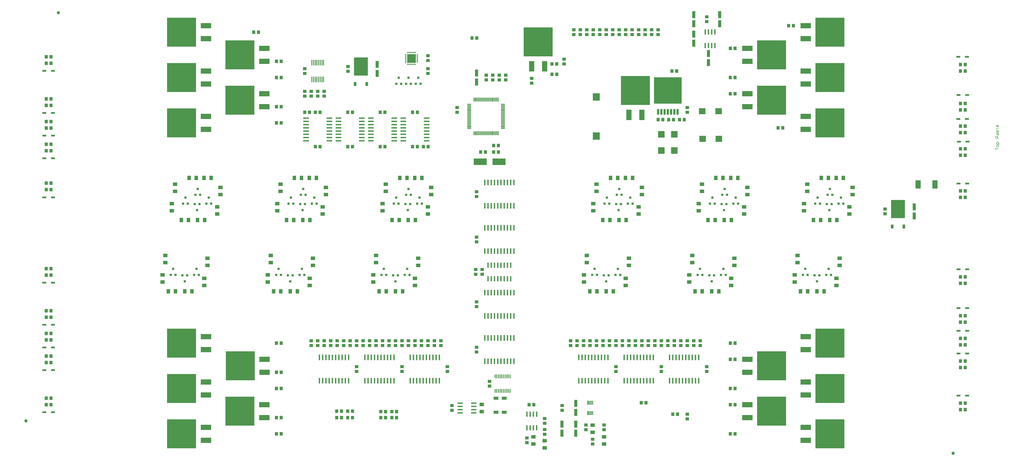
<source format=gtp>
%FSLAX23Y23*%
%MOIN*%
G70*
G01*
G75*
G04 Layer_Color=8421504*
%ADD10R,0.012X0.063*%
%ADD11R,0.050X0.055*%
%ADD12R,0.063X0.012*%
%ADD13R,0.055X0.050*%
%ADD14R,0.012X0.024*%
%ADD15R,0.024X0.012*%
%ADD16R,0.132X0.132*%
%ADD17R,0.024X0.081*%
%ADD18R,0.024X0.087*%
%ADD19R,0.075X0.051*%
%ADD20R,0.089X0.024*%
%ADD21R,0.055X0.065*%
%ADD22R,0.065X0.055*%
%ADD23R,0.035X0.037*%
%ADD24R,0.035X0.037*%
%ADD25R,0.100X0.100*%
%ADD26R,0.050X0.110*%
%ADD27R,0.110X0.115*%
%ADD28R,0.080X0.160*%
%ADD29R,0.450X0.450*%
%ADD30R,0.036X0.085*%
%ADD31R,0.425X0.410*%
%ADD32R,0.016X0.085*%
%ADD33R,0.016X0.085*%
%ADD34R,0.200X0.100*%
%ADD35R,0.063X0.031*%
%ADD36R,0.039X0.063*%
%ADD37R,0.160X0.080*%
%ADD38R,0.450X0.450*%
%ADD39R,0.217X0.280*%
%ADD40R,0.081X0.024*%
%ADD41R,0.012X0.063*%
%ADD42C,0.050*%
%ADD43R,0.102X0.094*%
%ADD44R,0.079X0.126*%
%ADD45R,0.079X0.126*%
%ADD46C,0.010*%
%ADD47C,0.020*%
%ADD48C,0.050*%
%ADD49C,0.030*%
%ADD50C,0.100*%
%ADD51C,0.150*%
%ADD52C,0.035*%
%ADD53C,0.040*%
%ADD54C,0.005*%
%ADD55C,0.100*%
%ADD56R,0.100X0.100*%
%ADD57C,0.125*%
%ADD58O,0.125X0.160*%
%ADD59R,0.125X0.160*%
%ADD60C,0.065*%
%ADD61R,0.065X0.065*%
%ADD62C,0.079*%
%ADD63R,0.160X0.125*%
%ADD64O,0.160X0.125*%
%ADD65C,0.070*%
%ADD66R,0.070X0.070*%
%ADD67C,0.060*%
%ADD68C,0.150*%
%ADD69R,0.070X0.070*%
%ADD70C,0.150*%
%ADD71C,0.140*%
%ADD72C,0.024*%
%ADD73C,0.008*%
%ADD74C,0.102*%
%ADD75C,0.165*%
%ADD76C,0.120*%
%ADD77C,0.080*%
%ADD78C,0.087*%
%ADD79C,0.196*%
%ADD80C,0.590*%
%ADD81C,0.072*%
%ADD82C,0.131*%
%ADD83C,0.085*%
%ADD84C,0.130*%
%ADD85C,0.052*%
%ADD86C,0.068*%
%ADD87C,0.160*%
%ADD88C,0.080*%
%ADD89C,0.010*%
%ADD90C,0.008*%
%ADD91C,0.005*%
%ADD92C,0.031*%
%ADD93C,0.008*%
%ADD94C,0.001*%
%ADD95C,0.002*%
%ADD96C,0.015*%
D10*
X7225Y5560D02*
D03*
X7126Y5040D02*
D03*
X7565Y1287D02*
D03*
X7540D02*
D03*
X7514D02*
D03*
X7488D02*
D03*
X7463D02*
D03*
X7437D02*
D03*
X7412D02*
D03*
X7386D02*
D03*
X7360D02*
D03*
X7335D02*
D03*
X7565Y1063D02*
D03*
X7540D02*
D03*
X7514D02*
D03*
X7488D02*
D03*
X7463D02*
D03*
X7437D02*
D03*
X7412D02*
D03*
X7386D02*
D03*
X7360D02*
D03*
X7335D02*
D03*
X7244Y5560D02*
D03*
X7264D02*
D03*
X7284D02*
D03*
X7205D02*
D03*
X7067D02*
D03*
X7087D02*
D03*
X7264Y5040D02*
D03*
X7382Y5560D02*
D03*
X7362D02*
D03*
X7343D02*
D03*
X7323D02*
D03*
X7303D02*
D03*
X7185D02*
D03*
X7165D02*
D03*
X7146D02*
D03*
X7126D02*
D03*
X7106D02*
D03*
X7047D02*
D03*
X7028D02*
D03*
X7008D02*
D03*
X7382Y5040D02*
D03*
X7362D02*
D03*
X7323D02*
D03*
X7303D02*
D03*
X7284D02*
D03*
X7244D02*
D03*
X7225D02*
D03*
X7205D02*
D03*
X7185D02*
D03*
X7165D02*
D03*
X7146D02*
D03*
X7106D02*
D03*
X7087D02*
D03*
X7067D02*
D03*
X7047D02*
D03*
X7028D02*
D03*
X7008D02*
D03*
X7343D02*
D03*
X8839Y881D02*
D03*
X8820Y881D02*
D03*
X8800Y881D02*
D03*
X8780D02*
D03*
X8761D02*
D03*
X8820Y719D02*
D03*
X8800D02*
D03*
X8780D02*
D03*
X8761D02*
D03*
D11*
X7052Y6510D02*
D03*
X5137Y650D02*
D03*
X5063D02*
D03*
Y750D02*
D03*
X5137D02*
D03*
X5817Y650D02*
D03*
X5743D02*
D03*
Y745D02*
D03*
X5817D02*
D03*
X4398Y5365D02*
D03*
X4472D02*
D03*
X6978Y6510D02*
D03*
X4637Y4835D02*
D03*
X4563D02*
D03*
X10963Y400D02*
D03*
X11037D02*
D03*
Y850D02*
D03*
X10963D02*
D03*
Y1100D02*
D03*
X11037D02*
D03*
Y1550D02*
D03*
X10963D02*
D03*
Y1800D02*
D03*
X11037D02*
D03*
X3613Y6600D02*
D03*
X3687D02*
D03*
X4037Y6150D02*
D03*
X3963D02*
D03*
Y5900D02*
D03*
X4037D02*
D03*
Y5450D02*
D03*
X3963D02*
D03*
Y5200D02*
D03*
X4037D02*
D03*
X5063Y4835D02*
D03*
X5137D02*
D03*
X10137Y6000D02*
D03*
X10063D02*
D03*
X10013Y5250D02*
D03*
X10087D02*
D03*
X10252D02*
D03*
X10178D02*
D03*
X7387Y4850D02*
D03*
X7313D02*
D03*
X14587Y775D02*
D03*
X14513D02*
D03*
Y875D02*
D03*
X14587D02*
D03*
Y1425D02*
D03*
X14513D02*
D03*
Y1525D02*
D03*
X14587D02*
D03*
Y1775D02*
D03*
X14513D02*
D03*
Y1875D02*
D03*
X14587D02*
D03*
Y2125D02*
D03*
X14513D02*
D03*
Y2225D02*
D03*
X14587D02*
D03*
Y2725D02*
D03*
X14513D02*
D03*
Y2825D02*
D03*
X14587D02*
D03*
X413Y6220D02*
D03*
X487D02*
D03*
Y6120D02*
D03*
X413D02*
D03*
Y5570D02*
D03*
X487D02*
D03*
Y5470D02*
D03*
X413D02*
D03*
Y5220D02*
D03*
X487D02*
D03*
Y5120D02*
D03*
X413D02*
D03*
Y4870D02*
D03*
X487D02*
D03*
Y4770D02*
D03*
X413D02*
D03*
Y4270D02*
D03*
X487D02*
D03*
Y4170D02*
D03*
X413D02*
D03*
X8213Y6110D02*
D03*
X8287D02*
D03*
X4967Y650D02*
D03*
X4893D02*
D03*
Y750D02*
D03*
X4967D02*
D03*
X11698Y5125D02*
D03*
X11772D02*
D03*
X11037Y5650D02*
D03*
X10963D02*
D03*
Y5900D02*
D03*
X11037D02*
D03*
Y6350D02*
D03*
X10963D02*
D03*
X11863Y6700D02*
D03*
X11937D02*
D03*
X5573Y650D02*
D03*
X5647D02*
D03*
X4037Y1800D02*
D03*
X3963D02*
D03*
Y1350D02*
D03*
X4037D02*
D03*
Y1100D02*
D03*
X3963D02*
D03*
Y650D02*
D03*
X4037D02*
D03*
Y400D02*
D03*
X3963D02*
D03*
X5573Y745D02*
D03*
X5647D02*
D03*
X14587Y4050D02*
D03*
X14513D02*
D03*
Y4150D02*
D03*
X14587D02*
D03*
Y4700D02*
D03*
X14513D02*
D03*
Y4800D02*
D03*
X14587D02*
D03*
Y5050D02*
D03*
X14513D02*
D03*
Y5150D02*
D03*
X14587D02*
D03*
Y5400D02*
D03*
X14513D02*
D03*
Y5500D02*
D03*
X14587D02*
D03*
Y6000D02*
D03*
X14513D02*
D03*
Y6100D02*
D03*
X14587D02*
D03*
X413Y2950D02*
D03*
X487D02*
D03*
Y2850D02*
D03*
X413D02*
D03*
Y2300D02*
D03*
X487D02*
D03*
Y2200D02*
D03*
X413D02*
D03*
Y1950D02*
D03*
X487D02*
D03*
Y1850D02*
D03*
X413D02*
D03*
Y1600D02*
D03*
X487D02*
D03*
Y1500D02*
D03*
X413D02*
D03*
Y950D02*
D03*
X487D02*
D03*
Y850D02*
D03*
X413D02*
D03*
X6302Y4835D02*
D03*
X6228D02*
D03*
X5563D02*
D03*
X5637D02*
D03*
X6137D02*
D03*
X6063D02*
D03*
X9662Y879D02*
D03*
X9588D02*
D03*
X10076Y705D02*
D03*
X10150D02*
D03*
X9922Y5250D02*
D03*
X9848D02*
D03*
X8287Y5950D02*
D03*
X8213D02*
D03*
X6063Y5365D02*
D03*
X6137D02*
D03*
X5563D02*
D03*
X5637D02*
D03*
X5063D02*
D03*
X5137D02*
D03*
X4563D02*
D03*
X4637D02*
D03*
X7932Y850D02*
D03*
X7858D02*
D03*
X7113Y4750D02*
D03*
X7187D02*
D03*
X7387D02*
D03*
X7313D02*
D03*
D12*
X6935Y5152D02*
D03*
X7455Y5369D02*
D03*
X6935Y5172D02*
D03*
Y5251D02*
D03*
Y5467D02*
D03*
Y5487D02*
D03*
Y5448D02*
D03*
Y5428D02*
D03*
Y5408D02*
D03*
Y5389D02*
D03*
Y5369D02*
D03*
Y5349D02*
D03*
Y5330D02*
D03*
Y5310D02*
D03*
Y5290D02*
D03*
Y5270D02*
D03*
Y5231D02*
D03*
Y5211D02*
D03*
Y5192D02*
D03*
Y5133D02*
D03*
Y5113D02*
D03*
X7455Y5487D02*
D03*
Y5467D02*
D03*
Y5448D02*
D03*
Y5428D02*
D03*
Y5408D02*
D03*
Y5389D02*
D03*
Y5349D02*
D03*
Y5330D02*
D03*
Y5310D02*
D03*
Y5290D02*
D03*
Y5192D02*
D03*
Y5172D02*
D03*
Y5113D02*
D03*
Y5133D02*
D03*
Y5152D02*
D03*
Y5211D02*
D03*
Y5231D02*
D03*
Y5251D02*
D03*
Y5270D02*
D03*
D13*
X7300Y5863D02*
D03*
Y5937D02*
D03*
X9550Y6563D02*
D03*
Y6637D02*
D03*
X9450D02*
D03*
Y6563D02*
D03*
X9350D02*
D03*
Y6637D02*
D03*
X9250D02*
D03*
Y6563D02*
D03*
X9150D02*
D03*
Y6637D02*
D03*
X9050D02*
D03*
Y6563D02*
D03*
X8950D02*
D03*
Y6637D02*
D03*
X8850D02*
D03*
Y6563D02*
D03*
X8840Y243D02*
D03*
Y317D02*
D03*
X9015Y537D02*
D03*
Y463D02*
D03*
X8100Y393D02*
D03*
Y467D02*
D03*
X7825Y263D02*
D03*
Y337D02*
D03*
X7400Y5937D02*
D03*
Y5863D02*
D03*
X8400Y6184D02*
D03*
Y6110D02*
D03*
X8100Y637D02*
D03*
Y563D02*
D03*
X9850Y6563D02*
D03*
Y6637D02*
D03*
X9750D02*
D03*
Y6563D02*
D03*
X9650D02*
D03*
Y6637D02*
D03*
X8750D02*
D03*
Y6563D02*
D03*
X8650D02*
D03*
Y6637D02*
D03*
X8550D02*
D03*
Y6563D02*
D03*
X6300Y6237D02*
D03*
Y6163D02*
D03*
X7900Y5887D02*
D03*
Y5813D02*
D03*
X7500Y5937D02*
D03*
Y5863D02*
D03*
X4500Y1837D02*
D03*
Y1763D02*
D03*
X5200D02*
D03*
Y1837D02*
D03*
X5900D02*
D03*
Y1763D02*
D03*
X8500D02*
D03*
Y1837D02*
D03*
X9200D02*
D03*
Y1763D02*
D03*
X9900D02*
D03*
Y1837D02*
D03*
X4600D02*
D03*
Y1763D02*
D03*
X5300D02*
D03*
Y1837D02*
D03*
X6000D02*
D03*
Y1763D02*
D03*
X8600D02*
D03*
Y1837D02*
D03*
X9300D02*
D03*
Y1763D02*
D03*
X10000D02*
D03*
Y1837D02*
D03*
X4700D02*
D03*
Y1763D02*
D03*
X5400D02*
D03*
Y1837D02*
D03*
X6100D02*
D03*
Y1763D02*
D03*
X8700D02*
D03*
Y1837D02*
D03*
X9400D02*
D03*
Y1763D02*
D03*
X10100D02*
D03*
Y1837D02*
D03*
X4800D02*
D03*
Y1763D02*
D03*
X5500D02*
D03*
Y1837D02*
D03*
X6200D02*
D03*
Y1763D02*
D03*
X8800D02*
D03*
Y1837D02*
D03*
X9500D02*
D03*
Y1763D02*
D03*
X10200D02*
D03*
Y1837D02*
D03*
X4900D02*
D03*
Y1763D02*
D03*
X5600D02*
D03*
Y1837D02*
D03*
X6300D02*
D03*
Y1763D02*
D03*
X8900D02*
D03*
Y1837D02*
D03*
X9600D02*
D03*
Y1763D02*
D03*
X10300D02*
D03*
Y1837D02*
D03*
X5000D02*
D03*
Y1763D02*
D03*
X5700D02*
D03*
Y1837D02*
D03*
X6400D02*
D03*
Y1763D02*
D03*
X9000D02*
D03*
Y1837D02*
D03*
X9700D02*
D03*
Y1763D02*
D03*
X10400D02*
D03*
Y1837D02*
D03*
X5100D02*
D03*
Y1763D02*
D03*
X5800D02*
D03*
Y1837D02*
D03*
X6500D02*
D03*
Y1763D02*
D03*
X9100D02*
D03*
Y1837D02*
D03*
X9800D02*
D03*
Y1763D02*
D03*
X10500D02*
D03*
Y1837D02*
D03*
X7035Y2937D02*
D03*
Y2863D02*
D03*
X10300Y705D02*
D03*
Y631D02*
D03*
X7135Y2937D02*
D03*
Y2863D02*
D03*
X7250Y1212D02*
D03*
Y1138D02*
D03*
X10600Y1363D02*
D03*
Y1437D02*
D03*
X7050Y3437D02*
D03*
Y3363D02*
D03*
Y1737D02*
D03*
Y1663D02*
D03*
X5200Y1437D02*
D03*
Y1363D02*
D03*
X7050Y4137D02*
D03*
Y4063D02*
D03*
Y2437D02*
D03*
Y2363D02*
D03*
X5900Y1437D02*
D03*
Y1363D02*
D03*
X13350Y3798D02*
D03*
Y3872D02*
D03*
X10300Y5437D02*
D03*
Y5363D02*
D03*
X6600Y1437D02*
D03*
Y1363D02*
D03*
X10600Y6837D02*
D03*
Y6763D02*
D03*
X5065Y5998D02*
D03*
Y6072D02*
D03*
X6670Y763D02*
D03*
Y837D02*
D03*
X9200Y1437D02*
D03*
Y1363D02*
D03*
X8735Y537D02*
D03*
Y463D02*
D03*
X8370Y837D02*
D03*
Y763D02*
D03*
X9900Y1437D02*
D03*
Y1363D02*
D03*
X6750Y5437D02*
D03*
Y5363D02*
D03*
X4500Y5613D02*
D03*
Y5687D02*
D03*
X4400D02*
D03*
Y5613D02*
D03*
X4600D02*
D03*
Y5687D02*
D03*
X4700D02*
D03*
Y5613D02*
D03*
X4400Y6037D02*
D03*
Y5963D02*
D03*
X7200Y5937D02*
D03*
Y5863D02*
D03*
X6300Y6037D02*
D03*
Y5963D02*
D03*
D14*
X5986Y6286D02*
D03*
X6006D02*
D03*
X6025D02*
D03*
X6045D02*
D03*
X6065D02*
D03*
X6084D02*
D03*
X6104D02*
D03*
Y6104D02*
D03*
X6084D02*
D03*
X6065D02*
D03*
X6045D02*
D03*
X6025D02*
D03*
X6006D02*
D03*
X5986Y6104D02*
D03*
D15*
X5954Y6132D02*
D03*
Y6152D02*
D03*
Y6171D02*
D03*
Y6191D02*
D03*
Y6211D02*
D03*
Y6230D02*
D03*
Y6250D02*
D03*
X6136Y6254D02*
D03*
Y6234D02*
D03*
Y6215D02*
D03*
Y6195D02*
D03*
Y6175D02*
D03*
Y6156D02*
D03*
Y6136D02*
D03*
D16*
X6045Y6195D02*
D03*
D17*
X7325Y3005D02*
D03*
X7275D02*
D03*
X7575D02*
D03*
X7525D02*
D03*
X7475D02*
D03*
X7425D02*
D03*
X7375D02*
D03*
X7225D02*
D03*
X7575Y2795D02*
D03*
X7525D02*
D03*
X7475D02*
D03*
X7425D02*
D03*
X7375D02*
D03*
X7325D02*
D03*
X7275D02*
D03*
X7225D02*
D03*
X7825Y495D02*
D03*
X7875D02*
D03*
X7925D02*
D03*
X7975D02*
D03*
X7825Y705D02*
D03*
X7875D02*
D03*
X7925D02*
D03*
X7975D02*
D03*
X10725Y6605D02*
D03*
X10675D02*
D03*
X10625D02*
D03*
X10575D02*
D03*
X10725Y6395D02*
D03*
X10675D02*
D03*
X10625D02*
D03*
X10575D02*
D03*
D18*
X5775Y1581D02*
D03*
X5075D02*
D03*
X10475D02*
D03*
X9775D02*
D03*
X9075D02*
D03*
X6475D02*
D03*
X7625Y2581D02*
D03*
X10425Y1581D02*
D03*
X10375D02*
D03*
X10325D02*
D03*
X10275D02*
D03*
X10225D02*
D03*
X10175D02*
D03*
X10125D02*
D03*
X10075D02*
D03*
X10025D02*
D03*
X10475Y1219D02*
D03*
X10375D02*
D03*
X10325D02*
D03*
X10275D02*
D03*
X10225D02*
D03*
X10175D02*
D03*
X10125D02*
D03*
X10075D02*
D03*
X10025D02*
D03*
X4625D02*
D03*
X4675D02*
D03*
X4725D02*
D03*
X4775D02*
D03*
X4825D02*
D03*
X4875D02*
D03*
X4925D02*
D03*
X4975D02*
D03*
X5075D02*
D03*
X4625Y1581D02*
D03*
X4675D02*
D03*
X4725D02*
D03*
X4775D02*
D03*
X4825D02*
D03*
X4875D02*
D03*
X4925D02*
D03*
X4975D02*
D03*
X5025D02*
D03*
X7175Y3919D02*
D03*
X7225D02*
D03*
X7275D02*
D03*
X7325D02*
D03*
X7375D02*
D03*
X7425D02*
D03*
X7475D02*
D03*
X7525D02*
D03*
X7625D02*
D03*
X7175Y4281D02*
D03*
X7225D02*
D03*
X7275D02*
D03*
X7325D02*
D03*
X7375D02*
D03*
X7425D02*
D03*
X7475D02*
D03*
X7525D02*
D03*
X7575D02*
D03*
X7625D02*
D03*
X7175Y2219D02*
D03*
X7225D02*
D03*
X7275D02*
D03*
X7325D02*
D03*
X7375D02*
D03*
X7425D02*
D03*
X7475D02*
D03*
X7525D02*
D03*
X7625D02*
D03*
X7175Y2581D02*
D03*
X7225D02*
D03*
X7275D02*
D03*
X7325D02*
D03*
X7375D02*
D03*
X7425D02*
D03*
X7475D02*
D03*
X7525D02*
D03*
X7575D02*
D03*
X5325Y1219D02*
D03*
X5375D02*
D03*
X5425D02*
D03*
X5475D02*
D03*
X5525D02*
D03*
X5575D02*
D03*
X5625D02*
D03*
X5675D02*
D03*
X5775D02*
D03*
X5325Y1581D02*
D03*
X5375D02*
D03*
X5425D02*
D03*
X5475D02*
D03*
X5525D02*
D03*
X5575D02*
D03*
X5625D02*
D03*
X5675D02*
D03*
X5725D02*
D03*
X6025Y1219D02*
D03*
X6075D02*
D03*
X6125D02*
D03*
X6175D02*
D03*
X6225D02*
D03*
X6275D02*
D03*
X6325D02*
D03*
X6375D02*
D03*
X6475D02*
D03*
X6025Y1581D02*
D03*
X6075D02*
D03*
X6125D02*
D03*
X6175D02*
D03*
X6225D02*
D03*
X6275D02*
D03*
X6325D02*
D03*
X6375D02*
D03*
X6425D02*
D03*
X8625Y1219D02*
D03*
X8675D02*
D03*
X8725D02*
D03*
X8775D02*
D03*
X8825D02*
D03*
X8875D02*
D03*
X8925D02*
D03*
X8975D02*
D03*
X9075D02*
D03*
X8625Y1581D02*
D03*
X8675D02*
D03*
X8725D02*
D03*
X8775D02*
D03*
X8825D02*
D03*
X8875D02*
D03*
X8925D02*
D03*
X8975D02*
D03*
X9025D02*
D03*
X9325Y1219D02*
D03*
X9375D02*
D03*
X9425D02*
D03*
X9475D02*
D03*
X9525D02*
D03*
X9575D02*
D03*
X9625D02*
D03*
X9675D02*
D03*
X9775D02*
D03*
X9325Y1581D02*
D03*
X9375D02*
D03*
X9425D02*
D03*
X9475D02*
D03*
X9525D02*
D03*
X9575D02*
D03*
X9625D02*
D03*
X9675D02*
D03*
X9725D02*
D03*
X7175Y1519D02*
D03*
X7225D02*
D03*
X7275D02*
D03*
X7325D02*
D03*
X7375D02*
D03*
X7425D02*
D03*
X7475D02*
D03*
X7525D02*
D03*
X7575D02*
D03*
X7625D02*
D03*
X7175Y1881D02*
D03*
X7225D02*
D03*
X7275D02*
D03*
X7325D02*
D03*
X7375D02*
D03*
X7425D02*
D03*
X7475D02*
D03*
X7525D02*
D03*
X7575D02*
D03*
X7625D02*
D03*
X7175Y3219D02*
D03*
X7225D02*
D03*
X7275D02*
D03*
X7325D02*
D03*
X7375D02*
D03*
X7425D02*
D03*
X7475D02*
D03*
X7525D02*
D03*
X7575D02*
D03*
X7625D02*
D03*
X7175Y3581D02*
D03*
X7225D02*
D03*
X7275D02*
D03*
X7325D02*
D03*
X7375D02*
D03*
X7425D02*
D03*
X7475D02*
D03*
X7525D02*
D03*
X7575D02*
D03*
X7625D02*
D03*
X7575Y3919D02*
D03*
Y2219D02*
D03*
X5025Y1219D02*
D03*
X5725D02*
D03*
X6425D02*
D03*
X9025D02*
D03*
X9725D02*
D03*
X10425D02*
D03*
D19*
X7476Y733D02*
D03*
Y950D02*
D03*
X7350Y733D02*
D03*
Y950D02*
D03*
D20*
X4780Y4925D02*
D03*
Y4975D02*
D03*
Y5025D02*
D03*
Y5075D02*
D03*
Y5125D02*
D03*
Y5175D02*
D03*
Y5225D02*
D03*
Y5275D02*
D03*
X4420Y4925D02*
D03*
Y4975D02*
D03*
Y5025D02*
D03*
Y5075D02*
D03*
Y5125D02*
D03*
Y5175D02*
D03*
Y5225D02*
D03*
Y5275D02*
D03*
X4920D02*
D03*
Y5225D02*
D03*
Y5175D02*
D03*
Y5125D02*
D03*
Y5075D02*
D03*
Y5025D02*
D03*
Y4975D02*
D03*
Y4925D02*
D03*
X5280Y5275D02*
D03*
Y5225D02*
D03*
Y5175D02*
D03*
Y5125D02*
D03*
Y5075D02*
D03*
Y5025D02*
D03*
Y4975D02*
D03*
Y4925D02*
D03*
X5780D02*
D03*
Y4975D02*
D03*
Y5025D02*
D03*
Y5075D02*
D03*
Y5125D02*
D03*
Y5175D02*
D03*
Y5225D02*
D03*
Y5275D02*
D03*
X5420Y4925D02*
D03*
Y4975D02*
D03*
Y5025D02*
D03*
Y5075D02*
D03*
Y5125D02*
D03*
Y5175D02*
D03*
Y5225D02*
D03*
Y5275D02*
D03*
X5920D02*
D03*
Y5225D02*
D03*
Y5175D02*
D03*
Y5125D02*
D03*
Y5075D02*
D03*
Y5025D02*
D03*
Y4975D02*
D03*
Y4925D02*
D03*
X6280Y5275D02*
D03*
Y5225D02*
D03*
Y5175D02*
D03*
Y5125D02*
D03*
Y5075D02*
D03*
Y5025D02*
D03*
Y4975D02*
D03*
Y4925D02*
D03*
D21*
X12495Y3700D02*
D03*
X10870D02*
D03*
X9245D02*
D03*
X5995D02*
D03*
X4370D02*
D03*
X2745D02*
D03*
X12355D02*
D03*
X10730D02*
D03*
X9105D02*
D03*
X5855D02*
D03*
X4230D02*
D03*
X2605D02*
D03*
X12155Y2600D02*
D03*
X10530D02*
D03*
X8905D02*
D03*
X5655D02*
D03*
X4030D02*
D03*
X2405D02*
D03*
X12300D02*
D03*
X10675D02*
D03*
X9050D02*
D03*
X5800D02*
D03*
X4175D02*
D03*
X2550D02*
D03*
X12595Y4350D02*
D03*
X10970D02*
D03*
X9345D02*
D03*
X6095D02*
D03*
X4470D02*
D03*
X2845D02*
D03*
X12475D02*
D03*
X10850D02*
D03*
X9225D02*
D03*
X5975D02*
D03*
X4350D02*
D03*
X2725D02*
D03*
X2855Y3700D02*
D03*
X2495D02*
D03*
X2295Y2600D02*
D03*
X2660D02*
D03*
X2955Y4350D02*
D03*
X2615D02*
D03*
X4480Y3700D02*
D03*
X4120D02*
D03*
X3920Y2600D02*
D03*
X4285D02*
D03*
X4580Y4350D02*
D03*
X4240D02*
D03*
X6105Y3700D02*
D03*
X5745D02*
D03*
X5545Y2600D02*
D03*
X5910D02*
D03*
X6205Y4350D02*
D03*
X5865D02*
D03*
X9355Y3700D02*
D03*
X8995D02*
D03*
X8795Y2600D02*
D03*
X9160D02*
D03*
X9455Y4350D02*
D03*
X9115D02*
D03*
X10980Y3700D02*
D03*
X10620D02*
D03*
X10420Y2600D02*
D03*
X10785D02*
D03*
X11080Y4350D02*
D03*
X10740D02*
D03*
X12605Y3700D02*
D03*
X12245D02*
D03*
X12045Y2600D02*
D03*
X12410D02*
D03*
X12705Y4350D02*
D03*
X12365D02*
D03*
D22*
X12150Y4145D02*
D03*
X10525D02*
D03*
X8900D02*
D03*
X5650D02*
D03*
X4025D02*
D03*
X2400D02*
D03*
X12100Y3955D02*
D03*
X10475D02*
D03*
X8850D02*
D03*
X5600D02*
D03*
X3975D02*
D03*
X2350D02*
D03*
X12000Y3045D02*
D03*
X10375D02*
D03*
X8750D02*
D03*
X5500D02*
D03*
X3875D02*
D03*
X2250D02*
D03*
X11955Y2855D02*
D03*
X10330D02*
D03*
X8705D02*
D03*
X5455D02*
D03*
X3830D02*
D03*
X2205D02*
D03*
X12600Y2800D02*
D03*
X10975D02*
D03*
X9350D02*
D03*
X6100D02*
D03*
X4475D02*
D03*
X2850D02*
D03*
X12650Y3000D02*
D03*
X11025D02*
D03*
X9400D02*
D03*
X6150D02*
D03*
X4525D02*
D03*
X2900D02*
D03*
X12800Y3905D02*
D03*
X11175D02*
D03*
X9550D02*
D03*
X6300D02*
D03*
X4675D02*
D03*
X3050D02*
D03*
X12850Y4095D02*
D03*
X11225D02*
D03*
X9600D02*
D03*
X6350D02*
D03*
X4725D02*
D03*
X3100D02*
D03*
X7925Y355D02*
D03*
Y245D02*
D03*
X2400Y4255D02*
D03*
X2350Y3845D02*
D03*
X2250Y3155D02*
D03*
X2205Y2745D02*
D03*
X2850Y2690D02*
D03*
X2900Y3110D02*
D03*
X3050Y3795D02*
D03*
X3100Y4205D02*
D03*
X4025Y4255D02*
D03*
X3975Y3845D02*
D03*
X3875Y3155D02*
D03*
X3830Y2745D02*
D03*
X4475Y2690D02*
D03*
X4525Y3110D02*
D03*
X4675Y3795D02*
D03*
X4725Y4205D02*
D03*
X5650Y4255D02*
D03*
X5600Y3845D02*
D03*
X5500Y3155D02*
D03*
X5455Y2745D02*
D03*
X6100Y2690D02*
D03*
X6150Y3110D02*
D03*
X6300Y3795D02*
D03*
X6350Y4205D02*
D03*
X7130Y855D02*
D03*
Y745D02*
D03*
X8900Y4255D02*
D03*
X8850Y3845D02*
D03*
X8750Y3155D02*
D03*
X8705Y2745D02*
D03*
X9350Y2690D02*
D03*
X9400Y3110D02*
D03*
X9550Y3795D02*
D03*
X9600Y4205D02*
D03*
X8100Y295D02*
D03*
Y185D02*
D03*
X8840Y425D02*
D03*
Y535D02*
D03*
X9015Y245D02*
D03*
Y355D02*
D03*
X10525Y4255D02*
D03*
X10475Y3845D02*
D03*
X10375Y3155D02*
D03*
X10330Y2745D02*
D03*
X10975Y2690D02*
D03*
X11025Y3110D02*
D03*
X11175Y3795D02*
D03*
X11225Y4205D02*
D03*
X12150Y4255D02*
D03*
X12100Y3845D02*
D03*
X12000Y3155D02*
D03*
X11955Y2745D02*
D03*
X12600Y2690D02*
D03*
X12650Y3110D02*
D03*
X12800Y3795D02*
D03*
X12850Y4205D02*
D03*
D23*
X12527Y3946D02*
D03*
X12490Y3854D02*
D03*
X10902Y3946D02*
D03*
X10865Y3854D02*
D03*
X9277Y3946D02*
D03*
X9240Y3854D02*
D03*
X6027Y3946D02*
D03*
X5990Y3854D02*
D03*
X4402Y3946D02*
D03*
X4365Y3854D02*
D03*
X2777Y3946D02*
D03*
X2740Y3854D02*
D03*
X12273Y3954D02*
D03*
X12310Y4046D02*
D03*
X10648Y3954D02*
D03*
X10685Y4046D02*
D03*
X9023Y3954D02*
D03*
X9060Y4046D02*
D03*
X5773Y3954D02*
D03*
X5810Y4046D02*
D03*
X4148Y3954D02*
D03*
X4185Y4046D02*
D03*
X2523Y3954D02*
D03*
X2560Y4046D02*
D03*
X12083Y2854D02*
D03*
X12120Y2946D02*
D03*
X10458Y2854D02*
D03*
X10495Y2946D02*
D03*
X8833Y2854D02*
D03*
X8870Y2946D02*
D03*
X5583Y2854D02*
D03*
X5620Y2946D02*
D03*
X3958Y2854D02*
D03*
X3995Y2946D02*
D03*
X2333Y2854D02*
D03*
X2370Y2946D02*
D03*
X12337Y2846D02*
D03*
X12300Y2754D02*
D03*
X10712Y2846D02*
D03*
X10675Y2754D02*
D03*
X9087Y2846D02*
D03*
X9050Y2754D02*
D03*
X5837Y2846D02*
D03*
X5800Y2754D02*
D03*
X4212Y2846D02*
D03*
X4175Y2754D02*
D03*
X2587Y2846D02*
D03*
X2550Y2754D02*
D03*
X12443Y2854D02*
D03*
X12480Y2946D02*
D03*
X10818Y2854D02*
D03*
X10855Y2946D02*
D03*
X9193Y2854D02*
D03*
X9230Y2946D02*
D03*
X5943Y2854D02*
D03*
X5980Y2946D02*
D03*
X4318Y2854D02*
D03*
X4355Y2946D02*
D03*
X2693Y2854D02*
D03*
X2730Y2946D02*
D03*
X12633Y3954D02*
D03*
X12670Y4046D02*
D03*
X11008Y3954D02*
D03*
X11045Y4046D02*
D03*
X9383Y3954D02*
D03*
X9420Y4046D02*
D03*
X6133Y3954D02*
D03*
X6170Y4046D02*
D03*
X4508Y3954D02*
D03*
X4545Y4046D02*
D03*
X2883Y3954D02*
D03*
X2920Y4046D02*
D03*
X12463Y4089D02*
D03*
X12500Y4181D02*
D03*
X10838Y4089D02*
D03*
X10875Y4181D02*
D03*
X9213Y4089D02*
D03*
X9250Y4181D02*
D03*
X5963Y4089D02*
D03*
X6000Y4181D02*
D03*
X4338Y4089D02*
D03*
X4375Y4181D02*
D03*
X2713Y4089D02*
D03*
X2750Y4181D02*
D03*
X5850Y5896D02*
D03*
X6000D02*
D03*
X6150D02*
D03*
X5813Y5804D02*
D03*
X5963D02*
D03*
X6113D02*
D03*
D24*
X12453Y3946D02*
D03*
X10828D02*
D03*
X9203D02*
D03*
X5953D02*
D03*
X4328D02*
D03*
X2703D02*
D03*
X12347Y3954D02*
D03*
X10722D02*
D03*
X9097D02*
D03*
X5847D02*
D03*
X4222D02*
D03*
X2597D02*
D03*
X12157Y2854D02*
D03*
X10532D02*
D03*
X8907D02*
D03*
X5657D02*
D03*
X4032D02*
D03*
X2407D02*
D03*
X12263Y2846D02*
D03*
X10638D02*
D03*
X9013D02*
D03*
X5763D02*
D03*
X4138D02*
D03*
X2513D02*
D03*
X12517Y2854D02*
D03*
X10892D02*
D03*
X9267D02*
D03*
X6017D02*
D03*
X4392D02*
D03*
X2767D02*
D03*
X12707Y3954D02*
D03*
X11082D02*
D03*
X9457D02*
D03*
X6207D02*
D03*
X4582D02*
D03*
X2957D02*
D03*
X12537Y4089D02*
D03*
X10912D02*
D03*
X9287D02*
D03*
X6037D02*
D03*
X4412D02*
D03*
X2787D02*
D03*
X5887Y5804D02*
D03*
X6037D02*
D03*
X6187D02*
D03*
D25*
X10100Y5025D02*
D03*
Y4775D02*
D03*
X9900D02*
D03*
Y5025D02*
D03*
D26*
X10800Y6870D02*
D03*
Y6730D02*
D03*
X5515Y5965D02*
D03*
X13800Y3905D02*
D03*
Y3765D02*
D03*
X10400Y6730D02*
D03*
Y6870D02*
D03*
X5515Y6105D02*
D03*
X10400Y6430D02*
D03*
Y6570D02*
D03*
X10625Y6130D02*
D03*
Y6270D02*
D03*
X8580Y410D02*
D03*
Y550D02*
D03*
X8365Y410D02*
D03*
Y550D02*
D03*
X8580Y730D02*
D03*
Y870D02*
D03*
X7050Y5830D02*
D03*
Y5970D02*
D03*
D27*
X8895Y4997D02*
D03*
Y5602D02*
D03*
D28*
X8100Y6075D02*
D03*
X7900D02*
D03*
X9400Y5325D02*
D03*
X9600D02*
D03*
D29*
X8000Y6450D02*
D03*
X9500Y5700D02*
D03*
D30*
X9850Y5372D02*
D03*
X9900D02*
D03*
X9950D02*
D03*
X10000D02*
D03*
X10050D02*
D03*
X10100D02*
D03*
X10150D02*
D03*
D31*
X10000Y5700D02*
D03*
D32*
X4510Y5871D02*
D03*
D33*
X4536D02*
D03*
X4562D02*
D03*
X4587D02*
D03*
X4613D02*
D03*
X4638D02*
D03*
X4664D02*
D03*
X4690D02*
D03*
X4510Y6129D02*
D03*
X4536D02*
D03*
X4562D02*
D03*
X4587D02*
D03*
X4613D02*
D03*
X4638D02*
D03*
X4664D02*
D03*
X4690D02*
D03*
D34*
X7105Y4600D02*
D03*
X7395D02*
D03*
D35*
X383Y735D02*
D03*
X517D02*
D03*
X14483Y2340D02*
D03*
X14617D02*
D03*
X14483Y990D02*
D03*
X14617D02*
D03*
Y1640D02*
D03*
X14483D02*
D03*
Y1990D02*
D03*
X14617D02*
D03*
X383Y4655D02*
D03*
X517D02*
D03*
Y4050D02*
D03*
X383D02*
D03*
X14617Y2940D02*
D03*
X14483D02*
D03*
X517Y6005D02*
D03*
X383D02*
D03*
Y5355D02*
D03*
X517D02*
D03*
Y5005D02*
D03*
X383D02*
D03*
X14617Y4265D02*
D03*
X14483D02*
D03*
X14488Y4910D02*
D03*
X14622D02*
D03*
X14612Y5260D02*
D03*
X14478D02*
D03*
X14483Y5630D02*
D03*
X14617D02*
D03*
X14612Y6220D02*
D03*
X14478D02*
D03*
X517Y2735D02*
D03*
X383D02*
D03*
Y2085D02*
D03*
X517D02*
D03*
Y1735D02*
D03*
X383D02*
D03*
Y1385D02*
D03*
X517D02*
D03*
D36*
X5355Y5800D02*
D03*
X13640Y3600D02*
D03*
X13460D02*
D03*
X5175Y5800D02*
D03*
D37*
X12125Y5300D02*
D03*
Y5100D02*
D03*
Y500D02*
D03*
Y300D02*
D03*
X11225Y5650D02*
D03*
Y5450D02*
D03*
Y850D02*
D03*
Y650D02*
D03*
X12125Y6000D02*
D03*
Y5800D02*
D03*
Y1200D02*
D03*
Y1000D02*
D03*
X11225Y6350D02*
D03*
Y6150D02*
D03*
Y1550D02*
D03*
Y1350D02*
D03*
X12125Y6700D02*
D03*
Y6500D02*
D03*
Y1900D02*
D03*
Y1700D02*
D03*
X2875D02*
D03*
Y1900D02*
D03*
Y6500D02*
D03*
Y6700D02*
D03*
X3780Y1350D02*
D03*
Y1550D02*
D03*
X3775Y6150D02*
D03*
Y6350D02*
D03*
X2875Y1000D02*
D03*
Y1200D02*
D03*
Y5800D02*
D03*
Y6000D02*
D03*
X3775Y650D02*
D03*
Y850D02*
D03*
Y5450D02*
D03*
Y5650D02*
D03*
X2875Y300D02*
D03*
Y500D02*
D03*
Y5100D02*
D03*
Y5300D02*
D03*
D38*
X12500Y5200D02*
D03*
Y400D02*
D03*
X11600Y5550D02*
D03*
Y750D02*
D03*
X12500Y5900D02*
D03*
Y1100D02*
D03*
X11600Y6250D02*
D03*
Y1450D02*
D03*
X12500Y6600D02*
D03*
Y1800D02*
D03*
X2500D02*
D03*
Y6600D02*
D03*
X3405Y1450D02*
D03*
X3400Y6250D02*
D03*
X2500Y1100D02*
D03*
Y5900D02*
D03*
X3400Y750D02*
D03*
Y5550D02*
D03*
X2500Y400D02*
D03*
Y5200D02*
D03*
D39*
X13550Y3870D02*
D03*
X5265Y6070D02*
D03*
D40*
X7005Y725D02*
D03*
Y775D02*
D03*
Y825D02*
D03*
Y875D02*
D03*
X6795Y725D02*
D03*
Y775D02*
D03*
Y825D02*
D03*
Y875D02*
D03*
D41*
X8839Y719D02*
D03*
D42*
X600Y6900D02*
D03*
X14400Y100D02*
D03*
X100Y600D02*
D03*
D43*
X10781Y5380D02*
D03*
X10529D02*
D03*
X10786Y4955D02*
D03*
X10534D02*
D03*
D44*
X14120Y4250D02*
D03*
D45*
X13860D02*
D03*
D54*
X15055Y4785D02*
Y4815D01*
Y4800D01*
X15100D01*
Y4837D02*
Y4852D01*
X15093Y4860D01*
X15078D01*
X15070Y4852D01*
Y4837D01*
X15078Y4830D01*
X15093D01*
X15100Y4837D01*
X15115Y4875D02*
X15070D01*
Y4897D01*
X15078Y4905D01*
X15093D01*
X15100Y4897D01*
Y4875D01*
Y4965D02*
X15055D01*
Y4987D01*
X15063Y4995D01*
X15078D01*
X15085Y4987D01*
Y4965D01*
X15070Y5017D02*
Y5032D01*
X15078Y5040D01*
X15100D01*
Y5017D01*
X15093Y5010D01*
X15085Y5017D01*
Y5040D01*
X15100Y5055D02*
Y5077D01*
X15093Y5085D01*
X15085Y5077D01*
Y5062D01*
X15078Y5055D01*
X15070Y5062D01*
Y5085D01*
X15063Y5107D02*
X15070D01*
Y5100D01*
Y5115D01*
Y5107D01*
X15093D01*
X15100Y5115D01*
Y5160D02*
Y5145D01*
X15093Y5137D01*
X15078D01*
X15070Y5145D01*
Y5160D01*
X15078Y5167D01*
X15085D01*
Y5137D01*
M02*

</source>
